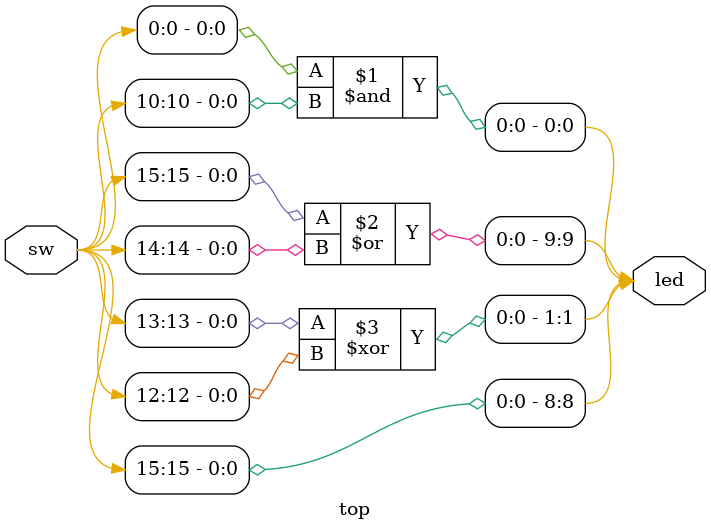
<source format=v>
module top(
    input [15:0] sw,
    output [15:0] led
);
    assign led[0] = sw[0] & sw[10];
    assign led[8] = sw[15];
    assign led[9] = sw[15] | sw[14];
    assign led[1] = sw[13] ^ sw[12];
    // Enter your equation here

endmodule

</source>
